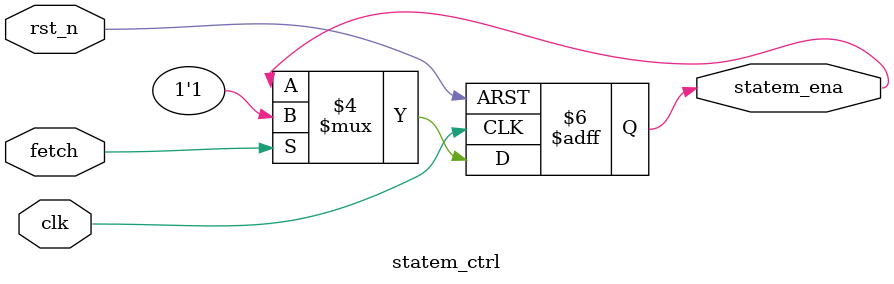
<source format=v>
module statem_ctrl(
                    clk,
                    rst_n,
                    fetch,
                    statem_ena
                    );
input        clk,
           rst_n,
           fetch;
output reg statem_ena;

always@(posedge clk or negedge rst_n)
begin
if(!rst_n)
    statem_ena <= 1'b0;
else
    if(fetch)
        statem_ena <= 1'b1;
    else
        statem_ena <= statem_ena;
end

endmodule

</source>
